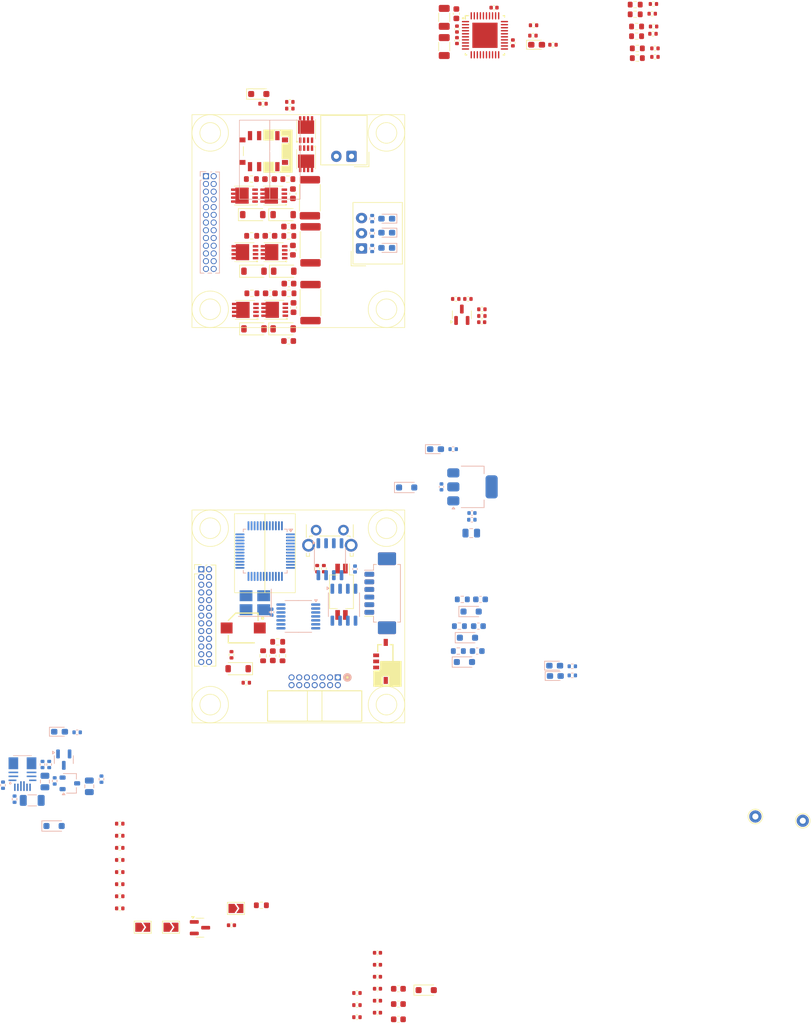
<source format=kicad_pcb>
(kicad_pcb (version 20221018) (generator pcbnew)
  (layers (0 "F.Cu" signal) (31 "B.Cu" signal) (34 "B.Paste" user) (35 "F.Paste" user) (36 "B.SilkS" user "B.Silkscreen") (37 "F.SilkS" user "F.Silkscreen") (38 "B.Mask" user) (39 "F.Mask" user) (44 "Edge.Cuts" user))
  (net 0 "")
  (net 1 "+3.3V")
  (net 2 "GND")
  (net 3 "HSE_IN")
  (net 4 "HSE_OUT")
  (net 5 "NRST")
  (net 6 "VCC")
  (net 7 "Net-(D4-A)")
  (net 8 "/Power/S-S")
  (net 9 "Net-(Q6-G)")
  (net 10 "+5V")
  (net 11 "VDD")
  (net 12 "Net-(C19-Pad1)")
  (net 13 "Net-(U6-DVDD)")
  (net 14 "Net-(U6-VCP)")
  (net 15 "Net-(U6-CPH)")
  (net 16 "Net-(U6-CPL)")
  (net 17 "Current_OUTC")
  (net 18 "Current_OUTB")
  (net 19 "Current_OUTA")
  (net 20 "/MotorDriver/Phase_U")
  (net 21 "Net-(C33-Pad2)")
  (net 22 "Net-(C34-Pad2)")
  (net 23 "/MotorDriver/Phase_V")
  (net 24 "Net-(C37-Pad2)")
  (net 25 "Net-(C38-Pad2)")
  (net 26 "/MotorDriver/Phase_W")
  (net 27 "Net-(C40-Pad2)")
  (net 28 "Net-(C41-Pad2)")
  (net 29 "Net-(D1-K)")
  (net 30 "Net-(D2-A)")
  (net 31 "Net-(D3-A)")
  (net 32 "Net-(D6-K)")
  (net 33 "Net-(D8-A)")
  (net 34 "Net-(D9-A)")
  (net 35 "nFAULT")
  (net 36 "Net-(D13-A)")
  (net 37 "Net-(D20-A)")
  (net 38 "Net-(D21-A)")
  (net 39 "Net-(D22-A)")
  (net 40 "Net-(IC1-FB)")
  (net 41 "Net-(IC1-VCC)")
  (net 46 "Net-(IC1-EN)")
  (net 47 "/Power/PG")
  (net 50 "SWDIO")
  (net 51 "SWCLK")
  (net 52 "SWO")
  (net 57 "/RS485/24V_IN")
  (net 58 "/RS485/RS485_A")
  (net 59 "/RS485/RS485_B")
  (net 60 "/RS485/RS485_X")
  (net 61 "/RS485/RS485_Y")
  (net 62 "/RS485/24V_OUT")
  (net 63 "/Power/24VBAT")
  (net 64 "Net-(JP1-B)")
  (net 65 "Net-(JP2-B)")
  (net 66 "Net-(Q1-B)")
  (net 67 "Net-(Q1-C)")
  (net 68 "Net-(Q2-G)")
  (net 69 "Net-(Q3-D)")
  (net 70 "/Power/PowerSW")
  (net 71 "Net-(Q5-D)")
  (net 72 "BOOT0")
  (net 73 "Net-(U1-PB2)")
  (net 74 "LED0")
  (net 75 "LED1")
  (net 76 "DIP_SW0")
  (net 77 "Slide_SW0")
  (net 78 "CS1_Encoder")
  (net 79 "MainTX3_RS485RX")
  (net 80 "Net-(U2-DE)")
  (net 81 "Net-(SW4-A)")
  (net 82 "V_Meas.")
  (net 83 "INA_H")
  (net 84 "INA_L")
  (net 85 "INB_H")
  (net 86 "INB_L")
  (net 87 "INC_H")
  (net 88 "INC_L")
  (net 89 "ENABLE")
  (net 90 "CAL")
  (net 91 "MISO1")
  (net 92 "/MotorDriver/SOA")
  (net 93 "/MotorDriver/SOB")
  (net 94 "/MotorDriver/SOC")
  (net 95 "Net-(U6-GHA)")
  (net 96 "Net-(U6-GLA)")
  (net 97 "Net-(U6-GHB)")
  (net 98 "Net-(U6-GLB)")
  (net 99 "Net-(U6-GHC)")
  (net 100 "Net-(U6-GLC)")
  (net 107 "SCLK1")
  (net 108 "MOSI1")
  (net 111 "MainRX3_RS485TX")
  (net 132 "CS1_MD")
  (net 133 "Net-(Q7-G)")
  (net 134 "Net-(Q8-G)")
  (net 135 "Net-(Q9-G)")
  (net 136 "Net-(Q10-G)")
  (net 137 "Net-(Q11-G)")
  (net 138 "Net-(Q12-G)")
  (net 139 "/MotorDriver/BridgeA_S")
  (net 140 "/MotorDriver/BridgeB_S")
  (net 141 "/MotorDriver/BridgeC_S")
  (footprint "Resistor_SMD:R_0402_1005Metric" (layer "F.Cu") (at -11.885 124.54)
    (fp_text reference "R14" hide)
    (fp_text value "2.2k" hide)
  )
  (footprint "Capacitor_SMD:C_0402_1005Metric" (layer "F.Cu") (at 6.495 133.28)
    (fp_text reference "C10" hide)
    (fp_text value "0.1uF" hide)
  )
  (footprint "Resistor_SMD:R_0603_1608Metric" (layer "F.Cu") (at 15.775 10.6 180)
    (fp_text reference "R74" hide)
    (fp_text value "CR_snub" hide)
  )
  (footprint "Resistor_SMD:R_0402_1005Metric" (layer "F.Cu") (at 11.69 -1.8)
    (fp_text reference "R30" hide)
    (fp_text value "10k" hide)
  )
  (footprint "Resistor_SMD:R_2512_6332Metric" (layer "F.Cu") (at 19.5 30.9 -90)
    (fp_text reference "R56" hide)
    (fp_text value "7m" hide)
  )
  (footprint "Resistor_SMD:R_0603_1608Metric" (layer "F.Cu") (at 73.275 -9.3)
    (fp_text reference "R63" hide)
    (fp_text value "0" hide)
  )
  (footprint "Capacitor_SMD:C_0603_1608Metric" (layer "F.Cu") (at 33.9625 143.73)
    (fp_text reference "C3" hide)
    (fp_text value "22pF" hide)
  )
  (footprint "Resistor_SMD:R_0402_1005Metric" (layer "F.Cu") (at 16.1 -1 180)
    (fp_text reference "R24" hide)
    (fp_text value "10k" hide)
  )
  (footprint "Resistor_SMD:R_2512_6332Metric" (layer "F.Cu") (at 19.4 13.6625 -90)
    (fp_text reference "R66" hide)
    (fp_text value "7m" hide)
  )
  (footprint "Capacitor_SMD:C_0603_1608Metric" (layer "F.Cu") (at 33.9625 148.75)
    (fp_text reference "C9" hide)
    (fp_text value "4.7uF" hide)
  )
  (footprint "Resistor_SMD:R_0603_1608Metric" (layer "F.Cu") (at 73.15 -12.9)
    (fp_text reference "R58" hide)
    (fp_text value "0" hide)
  )
  (footprint "MyLibrary:SW_Slide_DPDT_SSAJ120100" (layer "F.Cu") (at 31.815 89.9 90)
    (fp_text reference "SW3" hide)
    (fp_text value "SW_SPDT" hide)
  )
  (footprint "Diode_SMD:D_SOD-323_HandSoldering" (layer "F.Cu") (at 10.99 -3.4)
    (fp_text reference "D5" hide)
    (fp_text value "1N5819WS" hide)
  )
  (footprint "Capacitor_SMD:C_0603_1608Metric" (layer "F.Cu") (at 16.7078 31.7179 90)
    (fp_text reference "C34" hide)
    (fp_text value "CR_snub" hide)
  )
  (footprint "Resistor_SMD:R_0603_1608Metric" (layer "F.Cu") (at 15.9578 29.3777 180)
    (fp_text reference "R68" hide)
    (fp_text value "CR_snub" hide)
  )
  (footprint "Jumper:SolderJumper-2_P1.3mm_Open_TrianglePad1.0x1.5mm" (layer "F.Cu") (at -8.105 133.61)
    (fp_text reference "JP1" hide)
    (fp_text value "Jumper_2_Open" hide)
  )
  (footprint "Diode_SMD:D_SOD-123" (layer "F.Cu") (at 15 16.4375)
    (fp_text reference "D19" hide)
    (fp_text value "SS2040FL" hide)
  )
  (footprint "Capacitor_SMD:C_1206_3216Metric" (layer "F.Cu") (at 41.5 -16 90)
    (fp_text reference "C23" hide)
    (fp_text value "10uF" hide)
  )
  (footprint "Resistor_SMD:R_0402_1005Metric" (layer "F.Cu") (at -11.885 126.53)
    (fp_text reference "R15" hide)
    (fp_text value "2.2k" hide)
  )
  (footprint "Connector_Molex:Molex_SPOX_5268-02A_1x02_P2.50mm_Horizontal" (layer "F.Cu") (at 26.25 6.85 180)
    (fp_text reference "J5" hide)
    (fp_text value "Conn_01x02_Pin" hide)
  )
  (footprint "MyLibrary:Package_TSON-Advance" (layer "F.Cu") (at 18.775 2.05)
    (fp_text reference "Q2" hide)
    (fp_text value "DI035P04PT" hide)
  )
  (footprint "Resistor_SMD:R_0402_1005Metric" (layer "F.Cu") (at 20.6 74.647144 -90)
    (fp_text reference "R7" hide)
    (fp_text value "10k" hide)
  )
  (footprint "Connector_Molex:Molex_PicoBlade_53261-0671_1x06-1MP_P1.25mm_Horizontal" (layer "F.Cu") (at 31.5825 78.695 90)
    (fp_text reference "J2" hide)
    (fp_text value "Conn_01x06_MountingPin" hide)
  )
  (footprint "Capacitor_SMD:C_0402_1005Metric" (layer "F.Cu") (at 47.67 34.12)
    (fp_text reference "C14" hide)
    (fp_text value "1uF" hide)
  )
  (footprint "Diode_SMD:D_SOD-123" (layer "F.Cu") (at 10.2 25.7375)
    (fp_text reference "D16" hide)
    (fp_text value "SS2040FL" hide)
  )
  (footprint "Resistor_SMD:R_0402_1005Metric" (layer "F.Cu") (at 75.925 -18.2)
    (fp_text reference "R54" hide)
    (fp_text value "10k" hide)
  )
  (footprint "Capacitor_SMD:C_0402_1005Metric" (layer "F.Cu") (at 30.5225 139.78)
    (fp_text reference "C2" hide)
    (fp_text value "0.1uF" hide)
  )
  (footprint "Resistor_SMD:R_0402_1005Metric" (layer "F.Cu") (at 75.95 -14.5 180)
    (fp_text reference "R59" hide)
    (fp_text value "10k" hide)
  )
  (footprint "Resistor_SMD:R_0402_1005Metric" (layer "F.Cu") (at -11.885 128.52)
    (fp_text reference "R16" hide)
    (fp_text value "120" hide)
  )
  (footprint "Capacitor_SMD:C_0603_1608Metric" (layer "F.Cu") (at 13.3 88.975 -90)
    (fp_text reference "C19" hide)
    (fp_text value "0.1uF" hide)
  )
  (footprint "Resistor_SMD:R_0402_1005Metric" (layer "F.Cu") (at 76.175 -9.5)
    (fp_text reference "R65" hide)
    (fp_text value "10k" hide)
  )
  (footprint "Capacitor_SMD:C_1206_3216Metric" (layer "F.Cu") (at 41.5 -11.2 -90)
    (fp_text reference "C24" hide)
    (fp_text value "10uF" hide)
  )
  (footprint "Resistor_SMD:R_0402_1005Metric" (layer "F.Cu") (at -11.885 116.58)
    (fp_text reference "R10" hide)
    (fp_text value "10k" hide)
  )
  (footprint "MyLibrary:Package_TSON-Advance" (layer "F.Cu") (at 13.05 13.3125 90)
    (fp_text reference "Q12" hide)
    (fp_text value "TPN19008QM" hide)
  )
  (footprint "Capacitor_SMD:C_0603_1608Metric" (layer "F.Cu") (at 43.5 -16.6 90)
    (fp_text reference "C28" hide)
    (fp_text value "47nF" hide)
  )
  (footprint "Button_Switch_SMD:SW_DIP_SPSTx02_Slide_Copal_CHS-02B_W7.62mm_P1.27mm" (layer "F.Cu") (at 24.6 78.447144 -90)
    (fp_text reference "SW2" hide)
    (fp_text value "SW_DIP_x02" hide)
  )
  (footprint "Diode_SMD:D_SOD-323_HandSoldering" (layer "F.Cu") (at 38.5375 143.95)
    (fp_text reference "D1" hide)
    (fp_text value "1N5819WS" hide)
  )
  (footprint "Capacitor_SMD:C_0402_1005Metric" (layer "F.Cu") (at 30.5225 143.72)
    (fp_text reference "C6" hide)
    (fp_text value "0.1uF" hide)
  )
  (footprint "Resistor_SMD:R_0402_1005Metric" (layer "F.Cu") (at -11.885 118.57)
    (fp_text reference "R11" hide)
    (fp_text value "20k" hide)
  )
  (footprint "Capacitor_SMD:C_0603_1608Metric" (layer "F.Cu") (at 33.9625 146.24)
    (fp_text reference "C4" hide)
    (fp_text value "22pF" hide)
  )
  (footprint "TestPoint:TestPoint_THTPad_D2.0mm_Drill1.0mm" (layer "F.Cu") (at 92.7 115.4)
    (fp_text reference "TP1" hide)
    (fp_text value "TestPoint" hide)
  )
  (footprint "Connector_PinHeader_1.27mm:PinHeader_2x13_P1.27mm_Vertical" (layer "F.Cu") (at 1.53 74.75)
    (fp_text reference "J7" hide)
    (fp_text value "Conn_01x26_Pin" hide)
  )
  (footprint "MyLibrary:Package_TSON-Advance" (layer "F.Cu") (at 8.3797 32.1027 90)
    (fp_text reference "Q10" hide)
    (fp_text value "TPN19008QM" hide)
  )
  (footprint "MyLibrary:Package_TSON-Advance" (layer "F.Cu") (at 8.3078 22.6125 90)
    (fp_text reference "Q9" hide)
    (fp_text value "TPN19008QM" hide)
  )
  (footprint "Jumper:SolderJumper-2_P1.3mm_Open_TrianglePad1.0x1.5mm" (layer "F.Cu") (at -3.455 133.61)
    (fp_text reference "JP2" hide)
    (fp_text value "Jumper_2_Open" hide)
  )
  (footprint "Resistor_SMD:R_0402_1005Metric" (layer "F.Cu") (at 27.1425 146.41)
    (fp_text reference "R2" hide)
    (fp_text value "1k" hide)
  )
  (footprint "MyLibrary:Package_TSON-Advance" (layer "F.Cu") (at 8.2308 13.3125 90)
    (fp_text reference "Q11" hide)
    (fp_text value "TPN19008QM" hide)
  )
  (footprint "Capacitor_SMD:C_0402_1005Metric" (layer "F.Cu") (at 52.8 -11.8 -90)
    (fp_text reference "C29" hide)
    (fp_text value "0.1uF" hide)
  )
  (footprint "Capacitor_SMD:C_0603_1608Metric" (layer "F.Cu") (at 12.825 19.9223 180)
    (fp_text reference "C37" hide)
    (fp_text value "CR_snub" hide)
  )
  (footprint "Capacitor_SMD:C_0603_1608Metric" (layer "F.Cu") (at 15.9 37.2179 180)
    (fp_text reference "C35" hide)
    (fp_text value "C_snub" hide)
  )
  (footprint "MyLibrary:Inductor_CDPH4D19F" (layer "F.Cu") (at 8.425 84.4 90)
    (fp_text reference "L1" hide)
    (fp_text value "22uH" hide)
  )
  (footprint "Capacitor_SMD:C_0402_1005Metric" (layer "F.Cu") (at 30.5225 147.66)
    (fp_text reference "C8" hide)
    (fp_text value "0.1uF" hide)
  )
  (footprint "Capacitor_SMD:C_0402_1005Metric" (layer "F.Cu") (at 43.6 -12.18 -90)
    (fp_text reference "C25" hide)
    (fp_text value "0.1uF" hide)
  )
  (footprint "Resistor_SMD:R_0402_1005Metric" (layer "F.Cu") (at 47.7 32)
    (fp_text reference "R29" hide)
    (fp_text value "10k" hide)
  )
  (footprint "Package_TO_SOT_SMD:SOT-23" (layer "F.Cu") (at 44.4 32.9 90)
    (fp_text reference "Q5" hide)
    (fp_text value "BSS138" hide)
  )
  (footprint "Resistor_SMD:R_0402_1005Metric" (layer "F.Cu") (at 75.725 -16.6)
    (fp_text reference "R55" hide)
    (fp_text value "10k" hide)
  )
  (footprint "MyLibrary:SW_Slide_SPDT_SSSS820101" (layer "F.Cu") (at 11.8 6 180)
    (fp_text reference "SW4" hide)
    (fp_text value "SW_SPDT" hide)
  )
  (footprint "Resistor_SMD:R_0402_1005Metric" (layer "F.Cu") (at 43.4 30.3)
    (fp_text reference "R18" hide)
    (fp_text value "10k" hide)
  )
  (footprint "Capacitor_SMD:C_0603_1608Metric" (layer "F.Cu") (at 12.8828 29.3777 180)
    (fp_text reference "C33" hide)
    (fp_text value "CR_snub" hide)
  )
  (footprint "Connector_Molex:Molex_SPOX_5268-03A_1x03_P2.50mm_Horizontal" (layer "F.Cu") (at 27.9 22 90)
    (fp_text reference "J6" hide)
    (fp_text value "Conn_01x03_Pin" hide)
  )
  (footprint "MyLibrary:Package_TSON-Advance" (layer "F.Cu") (at 18.775 7.65 180)
    (fp_text reference "Q6" hide)
    (fp_text value "DI035P04PT" hide)
  )
  (footprint "Resistor_SMD:R_0603_1608Metric" (layer "F.Cu") (at 14.1 86.675)
    (fp_text reference "R34" hide)
    (fp_text value "75k" hide)
  )
  (footprint "Resistor_SMD:R_0603_1608Metric" (layer "F.Cu") (at 15.93 19.9375 180)
    (fp_text reference "R71" hide)
    (fp_text value "CR_snub" hide)
  )
  (footprint "Package_TO_SOT_SMD:SOT-23" (layer "F.Cu") (at 1.315 133.685)
    (fp_text reference "Q1" hide)
    (fp_text value "S8550" hide)
  )
  (footprint "Capacitor_SMD:C_0603_1608Metric" (layer "F.Cu") (at 15.9 18.4 180)
    (fp_text reference "C39" hide)
    (fp_text value "C_snub" hide)
  )
  (footprint "MyLibrary:Package_TSON-Advance" (layer "F.Cu") (at 13.2089 32.0831 90)
    (fp_text reference "Q7" hide)
    (fp_text value "TPN19008QM" hide)
  )
  (footprint "Resistor_SMD:R_0603_1608Metric" (layer "F.Cu") (at 11.7 88.975 90)
    (fp_text reference "R33" hide)
    (fp_text value "1k" hide)
  )
  (footprint "Capacitor_SMD:C_0603_1608Metric" (layer "F.Cu") (at 15.9578 27.7777 180)
    (fp_text reference "C36" hide)
    (fp_text value "C_snub" hide)
  )
  (footprint "Resistor_SMD:R_0402_1005Metric" (layer "F.Cu") (at -11.885 130.51)
    (fp_text reference "R17" hide)
    (fp_text value "120" hide)
  )
  (footprint "Diode_SMD:D_SOD-123" (layer "F.Cu") (at 10 16.4375)
    (fp_text reference "D18" hide)
    (fp_text value "SS2040FL" hide)
  )
  (footprint "Capacitor_SMD:C_0402_1005Metric" (layer "F.Cu") (at 30.5225 145.69)
    (fp_text reference "C7" hide)
    (fp_text value "0.1uF" hide)
  )
  (footprint "MyLibrary:BoxHeader_2x07_P1.27mm_Horizontal" (layer "F.Cu") (at 20.19 92.53 -90)
    (fp_text reference "J1" hide)
    (fp_text value "Conn_01x14_Pin" hide)
  )
  (footprint "Resistor_SMD:R_0402_1005Metric" (layer "F.Cu") (at 27.1425 144.42)
    (fp_text reference "R1" hide)
    (fp_text value "10k" hide)
  )
  (footprint "Diode_SMD:D_SOD-123" (layer "F.Cu") (at 10.2 35.2179)
    (fp_text reference "D14" hide)
    (fp_text value "SS2040FL" hide)
  )
  (footprint "Resistor_SMD:R_0402_1005Metric" (layer "F.Cu") (at -11.885 120.56)
    (fp_text reference "R12" hide)
    (fp_text value "2.2k" hide)
  )
  (footprint "Resistor_SMD:R_0603_1608Metric" (layer "F.Cu") (at 11.415 130)
    (fp_text reference "R9" hide)
    (fp_text value "7.5k" hide)
  )
  (footprint "Resistor_SMD:R_0402_1005Metric" (layer "F.Cu") (at 45.4 30.3)
    (fp_text reference "R19" hide)
    (fp_text value "10k" hide)
  )
  (footprint "LED_SMD:LED_0603_1608Metric_Pad1.05x0.95mm_HandSolder" (layer "F.Cu") (at 56.7 -11.5)
    (fp_text reference "D13" hide)
    (fp_text value "Red" hide)
  )
  (footprint "Capacitor_SMD:C_0402_1005Metric" (layer "F.Cu") (at 30.5225 141.75)
    (fp_text reference "C5" hide)
    (fp_text value "0.1uF" hide)
  )
  (footprint "Resistor_SMD:R_0402_1005Metric" (layer "F.Cu") (at 27.1425 148.4)
    (fp_text reference "R3" hide)
    (fp_text value "10k" hide)
  )
  (footprint "Resistor_SMD:R_0402_1005Metric" (layer "F.Cu") (at 16.1 -2.1)
    (fp_text reference "R26" hide)
    (fp_text value "10k" hide)
  )
  (footprint "Diode_SMD:D_SOD-123" (layer "F.Cu") (at 15.1 25.7375)
    (fp_text reference "D17" hide)
    (fp_text value "SS2040FL" hide)
  )
  (footprint "Resistor_SMD:R_0603_1608Metric" (layer "F.Cu") (at 73.15 -14.5)
    (fp_text reference "R57" hide)
    (fp_text value "0" hide)
  )
  (footprint "Resistor_SMD:R_0402_1005Metric" (layer "F.Cu") (at 21.7 74.647144 -90)
    (fp_text reference "R6" hide)
    (fp_text value "10k" hide)
  )
  (footprint "Capacitor_SMD:C_0402_1005Metric" (layer "F.Cu") (at 49.7 -17.6)
    (fp_text reference "C26" hide)
    (fp_text value "1uF" hide)
  )
  (footprint "Resistor_SMD:R_0603_1608Metric" (layer "F.Cu") (at 9.825 19.9223 180)
    (fp_text reference "R70" hide)
    (fp_text value "CR_snub" hide)
  )
  (footprint "Capacitor_SMD:C_0603_1608Metric" (layer "F.Cu") (at 16.6078 22.2777 90)
    (fp_text reference "C38" hide)
    (fp_text value "CR_snub" hide)
  )
  (footprint "MyLibrary:Package_TSON-Advance" (layer "F.Cu") (at 13.1078 22.6125 90)
    (fp_text reference "Q8" hide)
    (fp_text value "TPN19008QM" hide)
  )
  (footprint "Resistor_SMD:R_0603_1608Metric" (layer "F.Cu") (at 73.275 -10.9)
    (fp_text reference "R62" hide)
    (fp_text value "0" hide)
  )
  (footprint "Diode_SMD:D_SOD-123" (layer "F.Cu") (at 7.6 91.1 180)
    (fp_text reference "D6" hide)
    (fp_text value "SS2040FL" hide)
  )
  (footprint "Resistor_SMD:R_2512_6332Metric" (layer "F.Cu") (at 19.5 21.4 -90)
    (fp_text reference "R61" hide)
    (fp_text value "7m" hide)
  )
  (footprint "Resistor_SMD:R_0402_1005Metric" (layer "F.Cu") (at 76.175 -10.9)
    (fp_text reference "R64" hide)
    (fp_text value "10k" hide)
  )
  (footprint "Resistor_SMD:R_0402_1005Metric" (layer "F.Cu") (at 59.4 -11.5)
    (fp_text reference "R38" hide)
    (fp_text value "1k" hide)
  )
  (footprint "Resistor_SMD:R_0402_1005Metric" (layer "F.Cu") (at 75.85 -13.3 180)
    (fp_text reference "R60" hide)
    (fp_text value "10k" hide)
  )
  (footprint "Jumper:SolderJumper-2_P1.3mm_Open_TrianglePad1.0x1.5mm" (layer "F.Cu") (at 7.235 130.52)
    (fp_text reference "JP3" hide)
    (fp_text value "SolderJumper_2_Open" hide)
  )
  (footprint "Resistor_SMD:R_0603_1608Metric" (layer "F.Cu") (at 9.8578 29.3777 180)
    (fp_text reference "R67" hide)
    (fp_text value "CR_snub" hide)
  )
  (footprint "TestPoint:TestPoint_THTPad_D2.0mm_Drill1.0mm" (layer "F.Cu") (at 100.5 116.1)
    (fp_text reference "TP2" hide)
    (fp_text value "TestPoint" hide)
  )
  (footprint "Resistor_SMD:R_0402_1005Metric" (layer "F.Cu") (at 56.1 -13)
    (fp_text reference "R48" hide)
    (fp_text value "10k" hide)
  )
  (footprint "Resistor_SMD:R_0603_1608Metric" (layer "F.Cu") (at 14.9 88.975 -90)
    (fp_text reference "R35" hide)
    (fp_text value "10k" hide)
  )
  (footprint "Capacitor_SMD:C_0402_1005Metric" (layer "F.Cu") (at 43.6 -14.08 90)
    (fp_text reference "C27" hide)
    (fp_text value "1uF" hide)
  )
  (footprint "Resistor_SMD:R_0603_1608Metric" (layer "F.Cu") (at 72.925 -18.1)
    (fp_text reference "R52" hide)
    (fp_text value "0" hide)
  )
  (footprint "Capacitor_SMD:C_0603_1608Metric" (layer "F.Cu") (at 12.775 10.6 180)
    (fp_text reference "C40" hide)
    (fp_text value "CR_snub" hide)
  )
  (footprint "Resistor_SMD:R_0402_1005Metric" (layer "F.Cu") (at -11.885 122.55)
    (fp_text reference "R13" hide)
    (fp_text value "2.2k" hide)
  )
  (footprint "Resistor_SMD:R_0603_1608Metric" (layer "F.Cu") (at 72.925 -16.5)
    (fp_text reference "R53" hide)
    (fp_text value "0" hide)
  )
  (footprint "Resistor_SMD:R_0402_1005Metric" (layer "F.Cu") (at 8.935 93.4 180)
    (fp_text reference "R8" hide)
    (fp_text value "10k" hide)
  )
  (footprint "Resistor_SMD:R_0402_1005Metric" (layer "F.Cu") (at 56.2 -14.7)
    (fp_text reference "R47" hide)
    (fp_text value "10k" hide)
  )
  (footprint "Capacitor_SMD:C_0603_1608Metric" (layer "F.Cu") (at 16.6078 13 90)
    (fp_text reference "C41" hide)
    (fp_text value "CR_snub" hide)
  )
  (footprint "Button_Switch_THT:SW_Tactile_SPST_Angled_PTS645Vx39-2LFS" (layer "F.Cu") (at 20.425 68.31)
    (fp_text reference "SW1" hide)
    (fp_text value "SW_SPST" hide)
  )
  (footprint "MyLibrary:Driver_FETGate_DRV8323S" (layer "F.Cu") (at 48.205 -13.049999)
    (fp_text reference "U6" hide)
    (fp_text value "Driver_FETGate_DRV8323S" hide)
  )
  (footprint "Resistor_SMD:R_0402_1005Metric" (layer "F.Cu") (at 47.7 33.1)
    (fp_text reference "R28" hide)
    (fp_text value "10k" hide)
  )
  (footprint "Diode_SMD:D_SOD-123" (layer "F.Cu") (at 15 35.2179)
    (fp_text reference "D15" hide)
    (fp_text value "SS2040FL" hide)
  )
  (footprint "Capacitor_SMD:C_0402_1005Metric" (layer "F.Cu") (at 30.5225 137.81)
    (fp_text reference "C1" hide)
    (fp_text value "0.1uF" hide)
  )
  (footprint "Resistor_SMD:R_0402_1005Metric" (layer "F.Cu") (at 6.5 88.81 -90)
    (fp_text reference "R31" hide)
    (fp_text value "10k" hide)
  )
  (footprint "Resistor_SMD:R_0603_1608Metric" (layer "F.Cu") (at 9.775 10.5875 180)
    (fp_text reference "R73" hide)
    (fp_text value "CR_snub" hide)
  )
  (footprint "LED_SMD:LED_0603_1608Metric_Pad1.05x0.95mm_HandSolder" (layer "B.Cu") (at 59.777572 92.3)
    (fp_text reference "D2" hide)
    (fp_text value "Red" hide)
  )
  (footprint "LED_SMD:LED_0603_1608Metric_Pad1.05x0.95mm_HandSolder" (layer "B.Cu") (at 59.677572 90.6)
    (fp_text reference "D3" hide)
    (fp_text value "Red" hide)
  )
  (footprint "Resistor_SMD:R_0402_1005Metric" (layer "B.Cu") (at 29.65 17.09 -90)
    (fp_text reference "R75" hide)
    (fp_text value "20k" hide)
  )
  (footprint "Capacitor_SMD:C_0603_1608Metric" (layer "B.Cu") (at 47.127572 84.1)
    (fp_text reference "C31" hide)
    (fp_text value "330pF" hide)
  )
  (footprint "Resistor_SMD:R_0402_1005Metric" (layer "B.Cu") (at -14.893 109.261 90)
    (fp_text reference "R27" hide)
    (fp_text value "10k" hide)
  )
  (footprint "Resistor_SMD:R_0402_1005Metric" (layer "B.Cu") (at 42.975 55)
    (fp_text reference "R37" hide)
    (fp_text value "2k" hide)
  )
  (footprint "Resistor_SMD:R_0402_1005Metric" (layer "B.Cu") (at 62.577572 92.2)
    (fp_text reference "R4" hide)
    (fp_text value "2k" hide)
  )
  (footprint "Capacitor_SMD:C_0402_1005Metric" (layer "B.Cu") (at 46.07 65.5 180)
    (fp_text reference "C16" hide)
    (fp_text value "1uF" hide)
  )
  (footprint "Resistor_SMD:R_0402_1005Metric" (layer "B.Cu") (at -24.593 106.851 -90)
    (fp_text reference "R22" hide)
    (fp_text value "12k" hide)
  )
  (footprint "Package_TO_SOT_SMD:SOT-223-3_TabPin2" (layer "B.Cu") (at 46.15 61.2)
    (fp_text reference "U4" hide)
    (fp_text value "AZ1117CH-3.3" hide)
  )
  (footprint "LED_SMD:LED_0603_1608Metric_Pad1.05x0.95mm_HandSolder" (layer "B.Cu") (at 32.05 17.1 180)
    (fp_text reference "D22" hide)
    (fp_text value "Red" hide)
  )
  (footprint "Package_TO_SOT_SMD:SOT-23" (layer "B.Cu") (at -21.093 106.051 -90)
    (fp_text reference "Q3" hide)
    (fp_text value "BSS138" hide)
  )
  (footprint "Package_SO:SOP-8_3.9x4.9mm_P1.27mm" (layer "B.Cu") (at 22.7 73.1 -90)
    (fp_text reference "U2" hide)
    (fp_text value "MAX3485" hide)
  )
  (footprint "Crystal:Crystal_SMD_3225-4Pin_3.2x2.5mm_HandSoldering" (layer "B.Cu") (at 10.3425 80.25 180)
    (fp_text reference "Y1" hide)
    (fp_text value "16MHz" hide)
  )
  (footprint "MyLibrary:DCDC_MPM3620A" (layer "B.Cu") (at -27.893 107.9)
    (fp_text reference "IC1" hide)
    (fp_text value "DCDC_MPM3620A" hide)
  )
  (footprint "Diode_SMD:D_SOD-323_HandSoldering" (layer "B.Cu") (at 35.325 61.3)
    (fp_text reference "D7" hide)
    (fp_text value "1N5819WS" hide)
  )
  (footprint "Resistor_SMD:R_0402_1005Metric" (layer "B.Cu") (at -29.193 112.551 -90)
    (fp_text reference "R20" hide)
    (fp_text value "200k" hide)
  )
  (footprint "LED_SMD:LED_0603_1608Metric_Pad1.05x0.95mm_HandSolder" (layer "B.Cu") (at 32.05 21.9 180)
    (fp_text reference "D20" hide)
    (fp_text value "Red" hide)
  )
  (footprint "Resistor_SMD:R_0603_1608Metric" (layer "B.Cu") (at 44.477572 79.7)
    (fp_text reference "R51" hide)
    (fp_text value "100" hide)
  )
  (footprint "Resistor_SMD:R_0402_1005Metric" (layer "B.Cu") (at 46.05 66.6)
    (fp_text reference "R32" hide)
    (fp_text value "10k" hide)
  )
  (footprint "LED_SMD:LED_0603_1608Metric_Pad1.05x0.95mm_HandSolder" (layer "B.Cu") (at 32.05 19.4 180)
    (fp_text reference "D21" hide)
    (fp_text value "Red" hide)
  )
  (footprint "Package_SO:SOP-8_3.9x4.9mm_P1.27mm" (layer "B.Cu") (at 25.005 80.575 -90)
    (fp_text reference "U3" hide)
    (fp_text value "MAX3485" hide)
  )
  (footprint "Connector_Molex:Molex_PicoBlade_53261-0671_1x06-1MP_P1.25mm_Horizontal" (layer "B.Cu") (at 31.5825 78.695 -90)
    (fp_text reference "J3" hide)
    (fp_text value "Conn_01x06_MountingPin" hide)
  )
  (footprint "Capacitor_SMD:C_0805_2012Metric" (layer "B.Cu") (at -24.193 109.651 -90)
    (fp_text reference "C13" hide)
    (fp_text value "22uF" hide)
  )
  (footprint "Diode_SMD:D_SOD-323_HandSoldering" (layer "B.Cu") (at 44.827572 90)
    (fp_text reference "D10" hide)
    (fp_text value "1N5819WS" hide)
  )
  (footprint "Resistor_SMD:R_0402_1005Metric" (layer "B.Cu") (at -18.893 101.561)
    (fp_text reference "R36" hide)
    (fp_text value "2k" hide)
  )
  (footprint "Connector_PinSocket_1.27mm:PinSocket_2x13_P1.27mm_Vertical" (layer "B.Cu") (at 2.3 10.12 180)
    (fp_text reference "J4" hide)
    (fp_text value "Conn_01x26_Socket" hide)
  )
  (footprint "Capacitor_SMD:C_0402_1005Metric" (layer "B.Cu") (at 13.1 81.8 -90)
    (fp_text reference "C22" hide)
    (fp_text value "1uF" hide)
  )
  (footprint "Resistor_SMD:R_0402_1005Metric" (layer "B.Cu") (at 29.65 19.5 -90)
    (fp_text reference "R72" hide)
    (fp_text value "20k" hide)
  )
  (footprint "Capacitor_SMD:C_0603_1608Metric" (layer "B.Cu") (at 46.927572 88.2)
    (fp_text reference "C32" hide)
    (fp_text value "330pF" hide)
  )
  (footprint "Capacitor_SMD:C_0805_2012Metric" (layer "B.Cu") (at 45.95 68.8 180)
    (fp_text reference "C20" hide)
    (fp_text value "10uF" hide)
  )
  (footprint "Diode_SMD:D_SOD-323_HandSoldering" (layer "B.Cu") (at 45.327572 86)
    (fp_text reference "D11" hide)
    (fp_text value "1N5819WS" hide)
  )
  (footprint "Resistor_SMD:R_0603_1608Metric" (layer "B.Cu") (at 44.002572 84.1)
    (fp_text reference "R50" hide)
    (fp_text value "100" hide)
  )
  (footprint "Diode_SMD:D_SOD-323_HandSoldering" (layer "B.Cu") (at 45.927572 81.7)
    (fp_text reference "D12" hide)
    (fp_text value "1N5819WS" hide)
  )
  (footprint "Capacitor_SMD:C_0402_1005Metric" (layer "B.Cu") (at 26.825 74.705 90)
    (fp_text reference "C11" hide)
    (fp_text value "0.1uF" hide)
  )
  (footprint "Capacitor_SMD:C_0805_2012Metric" (layer "B.Cu") (at -16.893 110.436 -90)
    (fp_text reference "C21" hide)
    (fp_text value "10uF" hide)
  )
  (footprint "Resistor_SMD:R_0402_1005Metric" (layer "B.Cu") (at -22.593 109.551 -90)
    (fp_text reference "R25" hide)
    (fp_text value "10k" hide)
  )
  (footprint "Package_TO_SOT_SMD:SOT-23W" (layer "B.Cu") (at -20.093 109.951)
    (fp_text reference "Q4" hide)
    (fp_text value "SSM3J332R" hide)
  )
  (footprint "Resistor_SMD:R_0402_1005Metric" (layer "B.Cu") (at 29.65 22 -90)
    (fp_text reference "R69" hide)
    (fp_text value "20k" hide)
  )
  (footprint "Resistor_SMD:R_0603_1608Metric" (layer "B.Cu") (at 43.827572 88.2)
    (fp_text reference "R49" hide)
    (fp_text value "100" hide)
  )
  (footprint "Capacitor_SMD:C_0603_1608Metric" (layer "B.Cu") (at 47.477572 79.7)
    (fp_text reference "C30" hide)
    (fp_text value "330pF" hide)
  )
  (footprint "Package_SO:TSSOP-14_4.4x5mm_P0.65mm" (layer "B.Cu") (at 17.5 82.5 180)
    (fp_text reference "U5" hide)
    (fp_text value "Encoder_Magnetic_AS5047P" hide)
  )
  (footprint "LED_SMD:LED_0603_1608Metric_Pad1.05x0.95mm_HandSolder" (layer "B.Cu") (at -21.793 101.461)
    (fp_text reference "D8" hide)
    (fp_text value "Green" hide)
  )
  (footprint "LED_SMD:LED_0603_1608Metric_Pad1.05x0.95mm_HandSolder" (layer "B.Cu") (at 40.075 55)
    (fp_text reference "D9" hide)
    (fp_text value "Green" hide)
  )
  (footprint "Capacitor_SMD:C_0402_1005Metric" (layer "B.Cu") (at 41.05 61.2 -90)
    (fp_text reference "C15" hide)
    (fp_text value "1uF" hide)
  )
  (footprint "Package_QFP:LQFP-48_7x7mm_P0.5mm" (layer "B.Cu") (at 12.05 71.7625 180)
    (fp_text reference "U1" hide)
    (fp_text value "STM32G473CET6" hide)
  )
  (footprint "Capacitor_SMD:C_1206_3216Metric" (layer "B.Cu") (at -26.293 112.751)
    (fp_text reference "C12" hide)
    (fp_text value "10uF" hide)
  )
  (footprint "Resistor_SMD:R_0402_1005Metric" (layer "B.Cu") (at 62.577572 90.7)
    (fp_text reference "R5" hide)
    (fp_text value "2k" hide)
  )
  (footprint "Resistor_SMD:R_0402_1005Metric" (layer "B.Cu") (at -31.093 110.251 90)
    (fp_text reference "R21" hide)
    (fp_text value "100k" hide)
  )
  (footprint "Diode_SMD:D_SOD-323_HandSoldering" (layer "B.Cu") (at -22.693 116.961)
    (fp_text reference "D4" hide)
    (fp_text value "1N5819WS" hide)
  )
  (footprint "Resistor_SMD:R_0402_1005Metric" (layer "B.Cu") (at -23.493 106.851 90)
    (fp_text reference "R23" hide)
    (fp_text value "2.2k" hide)
  )
  (gr_rect (start 12.8 0.9) (end 17.8 13.9) (stroke (width 0.1)) (fill none) (layer "B.SilkS"))
  (gr_rect (start 7.8 0.9) (end 12.8 13.9) (stroke (width 0.1)) (fill none) (layer "B.SilkS"))
  (gr_circle (center 3 97) (end 6 97) (stroke (width 0.1)) (fill none) (layer "F.SilkS"))
  (gr_circle (center 3 32) (end 4.7 32) (stroke (width 0.1)) (fill none) (layer "F.SilkS"))
  (gr_rect (start 0 0) (end 35 35) (stroke (width 0.1)) (fill none) (layer "F.SilkS"))
  (gr_circle (center 3 3) (end 4.7 3) (stroke (width 0.1)) (fill none) (layer "F.SilkS"))
  (gr_rect (start 0 65) (end 35 100) (stroke (width 0.1)) (fill none) (layer "F.SilkS"))
  (gr_circle (center 32 68) (end 35 68) (stroke (width 0.1)) (fill none) (layer "F.SilkS"))
  (gr_circle (center 3 32) (end 6 32) (stroke (width 0.1)) (fill none) (layer "F.SilkS"))
  (gr_circle (center 32 3) (end 35 3) (stroke (width 0.1)) (fill none) (layer "F.SilkS"))
  (gr_rect (start 7 65.6) (end 12 78.6) (stroke (width 0.1)) (fill none) (layer "F.SilkS"))
  (gr_circle (center 3 3) (end 6 3) (stroke (width 0.1)) (fill none) (layer "F.SilkS"))
  (gr_circle (center 32 3) (end 33.7 3) (stroke (width 0.1)) (fill none) (layer "F.SilkS"))
  (gr_circle (center 32 32) (end 33.7 32) (stroke (width 0.1)) (fill none) (layer "F.SilkS"))
  (gr_circle (center 3 68) (end 4.7 68) (stroke (width 0.1)) (fill none) (layer "F.SilkS"))
  (gr_circle (center 32 32) (end 35 32) (stroke (width 0.1)) (fill none) (layer "F.SilkS"))
  (gr_circle (center 3 97) (end 4.7 97) (stroke (width 0.1)) (fill none) (layer "F.SilkS"))
  (gr_circle (center 3 68) (end 6 68) (stroke (width 0.1)) (fill none) (layer "F.SilkS"))
  (gr_circle (center 32 68) (end 33.7 68) (stroke (width 0.1)) (fill none) (layer "F.SilkS"))
  (gr_circle (center 32 97) (end 33.7 97) (stroke (width 0.1)) (fill none) (layer "F.SilkS"))
  (gr_rect (start 12 65.6) (end 17 78.6) (stroke (width 0.1)) (fill none) (layer "F.SilkS"))
  (gr_circle (center 32 97) (end 35 97) (stroke (width 0.1)) (fill none) (layer "F.SilkS"))
)
</source>
